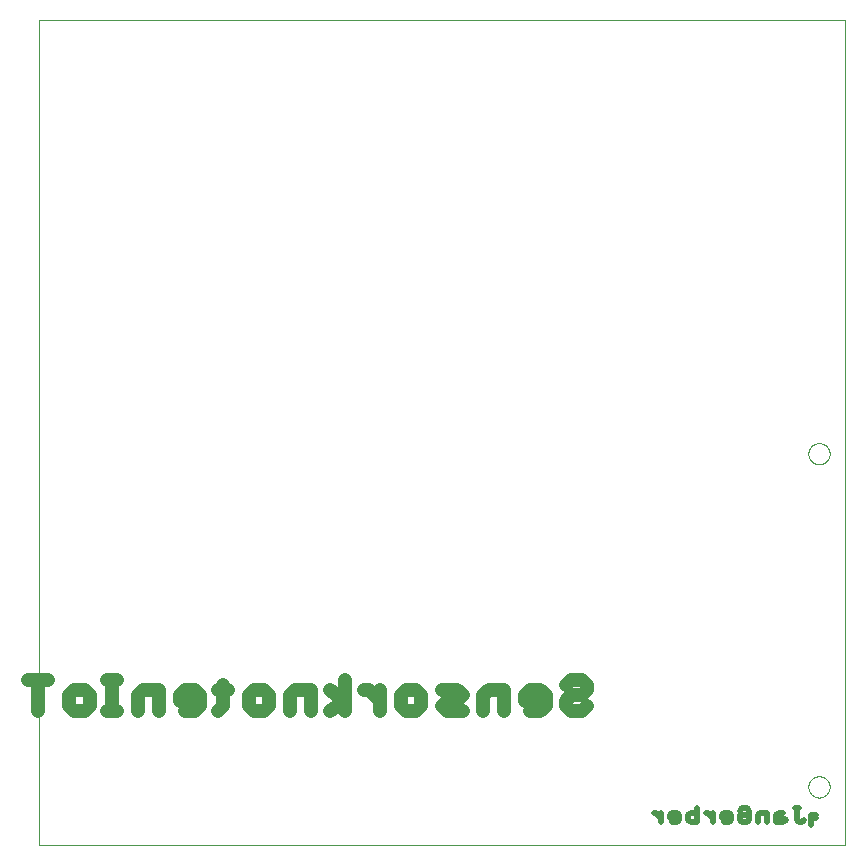
<source format=gbo>
G75*
%MOIN*%
%OFA0B0*%
%FSLAX25Y25*%
%IPPOS*%
%LPD*%
%AMOC8*
5,1,8,0,0,1.08239X$1,22.5*
%
%ADD10C,0.00000*%
%ADD11C,0.04700*%
%ADD12C,0.02000*%
D10*
X0014365Y0001000D02*
X0014365Y0275961D01*
X0283066Y0275961D01*
X0283066Y0001000D01*
X0014365Y0001000D01*
X0270822Y0020488D02*
X0270824Y0020606D01*
X0270830Y0020725D01*
X0270840Y0020843D01*
X0270854Y0020960D01*
X0270871Y0021077D01*
X0270893Y0021194D01*
X0270919Y0021309D01*
X0270948Y0021424D01*
X0270981Y0021538D01*
X0271018Y0021650D01*
X0271059Y0021761D01*
X0271103Y0021871D01*
X0271151Y0021979D01*
X0271203Y0022086D01*
X0271258Y0022191D01*
X0271317Y0022294D01*
X0271379Y0022394D01*
X0271444Y0022493D01*
X0271513Y0022590D01*
X0271584Y0022684D01*
X0271659Y0022775D01*
X0271737Y0022865D01*
X0271818Y0022951D01*
X0271902Y0023035D01*
X0271988Y0023116D01*
X0272078Y0023194D01*
X0272169Y0023269D01*
X0272263Y0023340D01*
X0272360Y0023409D01*
X0272459Y0023474D01*
X0272559Y0023536D01*
X0272662Y0023595D01*
X0272767Y0023650D01*
X0272874Y0023702D01*
X0272982Y0023750D01*
X0273092Y0023794D01*
X0273203Y0023835D01*
X0273315Y0023872D01*
X0273429Y0023905D01*
X0273544Y0023934D01*
X0273659Y0023960D01*
X0273776Y0023982D01*
X0273893Y0023999D01*
X0274010Y0024013D01*
X0274128Y0024023D01*
X0274247Y0024029D01*
X0274365Y0024031D01*
X0274483Y0024029D01*
X0274602Y0024023D01*
X0274720Y0024013D01*
X0274837Y0023999D01*
X0274954Y0023982D01*
X0275071Y0023960D01*
X0275186Y0023934D01*
X0275301Y0023905D01*
X0275415Y0023872D01*
X0275527Y0023835D01*
X0275638Y0023794D01*
X0275748Y0023750D01*
X0275856Y0023702D01*
X0275963Y0023650D01*
X0276068Y0023595D01*
X0276171Y0023536D01*
X0276271Y0023474D01*
X0276370Y0023409D01*
X0276467Y0023340D01*
X0276561Y0023269D01*
X0276652Y0023194D01*
X0276742Y0023116D01*
X0276828Y0023035D01*
X0276912Y0022951D01*
X0276993Y0022865D01*
X0277071Y0022775D01*
X0277146Y0022684D01*
X0277217Y0022590D01*
X0277286Y0022493D01*
X0277351Y0022394D01*
X0277413Y0022294D01*
X0277472Y0022191D01*
X0277527Y0022086D01*
X0277579Y0021979D01*
X0277627Y0021871D01*
X0277671Y0021761D01*
X0277712Y0021650D01*
X0277749Y0021538D01*
X0277782Y0021424D01*
X0277811Y0021309D01*
X0277837Y0021194D01*
X0277859Y0021077D01*
X0277876Y0020960D01*
X0277890Y0020843D01*
X0277900Y0020725D01*
X0277906Y0020606D01*
X0277908Y0020488D01*
X0277906Y0020370D01*
X0277900Y0020251D01*
X0277890Y0020133D01*
X0277876Y0020016D01*
X0277859Y0019899D01*
X0277837Y0019782D01*
X0277811Y0019667D01*
X0277782Y0019552D01*
X0277749Y0019438D01*
X0277712Y0019326D01*
X0277671Y0019215D01*
X0277627Y0019105D01*
X0277579Y0018997D01*
X0277527Y0018890D01*
X0277472Y0018785D01*
X0277413Y0018682D01*
X0277351Y0018582D01*
X0277286Y0018483D01*
X0277217Y0018386D01*
X0277146Y0018292D01*
X0277071Y0018201D01*
X0276993Y0018111D01*
X0276912Y0018025D01*
X0276828Y0017941D01*
X0276742Y0017860D01*
X0276652Y0017782D01*
X0276561Y0017707D01*
X0276467Y0017636D01*
X0276370Y0017567D01*
X0276271Y0017502D01*
X0276171Y0017440D01*
X0276068Y0017381D01*
X0275963Y0017326D01*
X0275856Y0017274D01*
X0275748Y0017226D01*
X0275638Y0017182D01*
X0275527Y0017141D01*
X0275415Y0017104D01*
X0275301Y0017071D01*
X0275186Y0017042D01*
X0275071Y0017016D01*
X0274954Y0016994D01*
X0274837Y0016977D01*
X0274720Y0016963D01*
X0274602Y0016953D01*
X0274483Y0016947D01*
X0274365Y0016945D01*
X0274247Y0016947D01*
X0274128Y0016953D01*
X0274010Y0016963D01*
X0273893Y0016977D01*
X0273776Y0016994D01*
X0273659Y0017016D01*
X0273544Y0017042D01*
X0273429Y0017071D01*
X0273315Y0017104D01*
X0273203Y0017141D01*
X0273092Y0017182D01*
X0272982Y0017226D01*
X0272874Y0017274D01*
X0272767Y0017326D01*
X0272662Y0017381D01*
X0272559Y0017440D01*
X0272459Y0017502D01*
X0272360Y0017567D01*
X0272263Y0017636D01*
X0272169Y0017707D01*
X0272078Y0017782D01*
X0271988Y0017860D01*
X0271902Y0017941D01*
X0271818Y0018025D01*
X0271737Y0018111D01*
X0271659Y0018201D01*
X0271584Y0018292D01*
X0271513Y0018386D01*
X0271444Y0018483D01*
X0271379Y0018582D01*
X0271317Y0018682D01*
X0271258Y0018785D01*
X0271203Y0018890D01*
X0271151Y0018997D01*
X0271103Y0019105D01*
X0271059Y0019215D01*
X0271018Y0019326D01*
X0270981Y0019438D01*
X0270948Y0019552D01*
X0270919Y0019667D01*
X0270893Y0019782D01*
X0270871Y0019899D01*
X0270854Y0020016D01*
X0270840Y0020133D01*
X0270830Y0020251D01*
X0270824Y0020370D01*
X0270822Y0020488D01*
X0270822Y0131512D02*
X0270824Y0131630D01*
X0270830Y0131749D01*
X0270840Y0131867D01*
X0270854Y0131984D01*
X0270871Y0132101D01*
X0270893Y0132218D01*
X0270919Y0132333D01*
X0270948Y0132448D01*
X0270981Y0132562D01*
X0271018Y0132674D01*
X0271059Y0132785D01*
X0271103Y0132895D01*
X0271151Y0133003D01*
X0271203Y0133110D01*
X0271258Y0133215D01*
X0271317Y0133318D01*
X0271379Y0133418D01*
X0271444Y0133517D01*
X0271513Y0133614D01*
X0271584Y0133708D01*
X0271659Y0133799D01*
X0271737Y0133889D01*
X0271818Y0133975D01*
X0271902Y0134059D01*
X0271988Y0134140D01*
X0272078Y0134218D01*
X0272169Y0134293D01*
X0272263Y0134364D01*
X0272360Y0134433D01*
X0272459Y0134498D01*
X0272559Y0134560D01*
X0272662Y0134619D01*
X0272767Y0134674D01*
X0272874Y0134726D01*
X0272982Y0134774D01*
X0273092Y0134818D01*
X0273203Y0134859D01*
X0273315Y0134896D01*
X0273429Y0134929D01*
X0273544Y0134958D01*
X0273659Y0134984D01*
X0273776Y0135006D01*
X0273893Y0135023D01*
X0274010Y0135037D01*
X0274128Y0135047D01*
X0274247Y0135053D01*
X0274365Y0135055D01*
X0274483Y0135053D01*
X0274602Y0135047D01*
X0274720Y0135037D01*
X0274837Y0135023D01*
X0274954Y0135006D01*
X0275071Y0134984D01*
X0275186Y0134958D01*
X0275301Y0134929D01*
X0275415Y0134896D01*
X0275527Y0134859D01*
X0275638Y0134818D01*
X0275748Y0134774D01*
X0275856Y0134726D01*
X0275963Y0134674D01*
X0276068Y0134619D01*
X0276171Y0134560D01*
X0276271Y0134498D01*
X0276370Y0134433D01*
X0276467Y0134364D01*
X0276561Y0134293D01*
X0276652Y0134218D01*
X0276742Y0134140D01*
X0276828Y0134059D01*
X0276912Y0133975D01*
X0276993Y0133889D01*
X0277071Y0133799D01*
X0277146Y0133708D01*
X0277217Y0133614D01*
X0277286Y0133517D01*
X0277351Y0133418D01*
X0277413Y0133318D01*
X0277472Y0133215D01*
X0277527Y0133110D01*
X0277579Y0133003D01*
X0277627Y0132895D01*
X0277671Y0132785D01*
X0277712Y0132674D01*
X0277749Y0132562D01*
X0277782Y0132448D01*
X0277811Y0132333D01*
X0277837Y0132218D01*
X0277859Y0132101D01*
X0277876Y0131984D01*
X0277890Y0131867D01*
X0277900Y0131749D01*
X0277906Y0131630D01*
X0277908Y0131512D01*
X0277906Y0131394D01*
X0277900Y0131275D01*
X0277890Y0131157D01*
X0277876Y0131040D01*
X0277859Y0130923D01*
X0277837Y0130806D01*
X0277811Y0130691D01*
X0277782Y0130576D01*
X0277749Y0130462D01*
X0277712Y0130350D01*
X0277671Y0130239D01*
X0277627Y0130129D01*
X0277579Y0130021D01*
X0277527Y0129914D01*
X0277472Y0129809D01*
X0277413Y0129706D01*
X0277351Y0129606D01*
X0277286Y0129507D01*
X0277217Y0129410D01*
X0277146Y0129316D01*
X0277071Y0129225D01*
X0276993Y0129135D01*
X0276912Y0129049D01*
X0276828Y0128965D01*
X0276742Y0128884D01*
X0276652Y0128806D01*
X0276561Y0128731D01*
X0276467Y0128660D01*
X0276370Y0128591D01*
X0276271Y0128526D01*
X0276171Y0128464D01*
X0276068Y0128405D01*
X0275963Y0128350D01*
X0275856Y0128298D01*
X0275748Y0128250D01*
X0275638Y0128206D01*
X0275527Y0128165D01*
X0275415Y0128128D01*
X0275301Y0128095D01*
X0275186Y0128066D01*
X0275071Y0128040D01*
X0274954Y0128018D01*
X0274837Y0128001D01*
X0274720Y0127987D01*
X0274602Y0127977D01*
X0274483Y0127971D01*
X0274365Y0127969D01*
X0274247Y0127971D01*
X0274128Y0127977D01*
X0274010Y0127987D01*
X0273893Y0128001D01*
X0273776Y0128018D01*
X0273659Y0128040D01*
X0273544Y0128066D01*
X0273429Y0128095D01*
X0273315Y0128128D01*
X0273203Y0128165D01*
X0273092Y0128206D01*
X0272982Y0128250D01*
X0272874Y0128298D01*
X0272767Y0128350D01*
X0272662Y0128405D01*
X0272559Y0128464D01*
X0272459Y0128526D01*
X0272360Y0128591D01*
X0272263Y0128660D01*
X0272169Y0128731D01*
X0272078Y0128806D01*
X0271988Y0128884D01*
X0271902Y0128965D01*
X0271818Y0129049D01*
X0271737Y0129135D01*
X0271659Y0129225D01*
X0271584Y0129316D01*
X0271513Y0129410D01*
X0271444Y0129507D01*
X0271379Y0129606D01*
X0271317Y0129706D01*
X0271258Y0129809D01*
X0271203Y0129914D01*
X0271151Y0130021D01*
X0271103Y0130129D01*
X0271059Y0130239D01*
X0271018Y0130350D01*
X0270981Y0130462D01*
X0270948Y0130576D01*
X0270919Y0130691D01*
X0270893Y0130806D01*
X0270871Y0130923D01*
X0270854Y0131040D01*
X0270840Y0131157D01*
X0270830Y0131275D01*
X0270824Y0131394D01*
X0270822Y0131512D01*
D11*
X0195297Y0056159D02*
X0191861Y0056159D01*
X0190143Y0054441D01*
X0191861Y0051004D02*
X0190143Y0049286D01*
X0190143Y0047568D01*
X0191861Y0045850D01*
X0195297Y0045850D01*
X0197015Y0047568D01*
X0195297Y0051004D02*
X0191861Y0051004D01*
X0195297Y0051004D02*
X0197015Y0052723D01*
X0197015Y0054441D01*
X0195297Y0056159D01*
X0183203Y0051004D02*
X0183203Y0047568D01*
X0181485Y0045850D01*
X0178049Y0045850D01*
X0176331Y0049286D02*
X0183203Y0049286D01*
X0183203Y0051004D02*
X0181485Y0052723D01*
X0178049Y0052723D01*
X0176331Y0051004D01*
X0176331Y0049286D01*
X0169392Y0045850D02*
X0169392Y0052723D01*
X0164237Y0052723D01*
X0162519Y0051004D01*
X0162519Y0045850D01*
X0155580Y0045850D02*
X0150425Y0045850D01*
X0148707Y0047568D01*
X0150425Y0049286D01*
X0153862Y0049286D01*
X0155580Y0051004D01*
X0153862Y0052723D01*
X0148707Y0052723D01*
X0141768Y0051004D02*
X0141768Y0047568D01*
X0140050Y0045850D01*
X0136614Y0045850D01*
X0134896Y0047568D01*
X0134896Y0051004D01*
X0136614Y0052723D01*
X0140050Y0052723D01*
X0141768Y0051004D01*
X0127956Y0049286D02*
X0124520Y0052723D01*
X0122802Y0052723D01*
X0127956Y0052723D02*
X0127956Y0045850D01*
X0116446Y0045850D02*
X0116446Y0056159D01*
X0111292Y0052723D02*
X0116446Y0049286D01*
X0111292Y0045850D01*
X0104937Y0045850D02*
X0104937Y0052723D01*
X0099782Y0052723D01*
X0098064Y0051004D01*
X0098064Y0045850D01*
X0091125Y0047568D02*
X0091125Y0051004D01*
X0089407Y0052723D01*
X0085970Y0052723D01*
X0084252Y0051004D01*
X0084252Y0047568D01*
X0085970Y0045850D01*
X0089407Y0045850D01*
X0091125Y0047568D01*
X0077313Y0052723D02*
X0073877Y0052723D01*
X0075595Y0054441D02*
X0075595Y0047568D01*
X0073877Y0045850D01*
X0068105Y0047568D02*
X0068105Y0051004D01*
X0066387Y0052723D01*
X0062951Y0052723D01*
X0061233Y0051004D01*
X0061233Y0049286D01*
X0068105Y0049286D01*
X0068105Y0047568D02*
X0066387Y0045850D01*
X0062951Y0045850D01*
X0054293Y0045850D02*
X0054293Y0052723D01*
X0049139Y0052723D01*
X0047421Y0051004D01*
X0047421Y0045850D01*
X0040482Y0045850D02*
X0037045Y0045850D01*
X0038763Y0045850D02*
X0038763Y0056159D01*
X0037045Y0056159D02*
X0040482Y0056159D01*
X0031274Y0051004D02*
X0031274Y0047568D01*
X0029556Y0045850D01*
X0026119Y0045850D01*
X0024401Y0047568D01*
X0024401Y0051004D01*
X0026119Y0052723D01*
X0029556Y0052723D01*
X0031274Y0051004D01*
X0017462Y0056159D02*
X0010589Y0056159D01*
X0014026Y0056159D02*
X0014026Y0045850D01*
D12*
X0219407Y0011769D02*
X0220175Y0011769D01*
X0221709Y0010235D01*
X0221709Y0011769D02*
X0221709Y0008700D01*
X0224717Y0010235D02*
X0227786Y0010235D01*
X0227786Y0011002D02*
X0227019Y0011769D01*
X0225484Y0011769D01*
X0224717Y0011002D01*
X0224717Y0010235D01*
X0225484Y0008700D02*
X0227019Y0008700D01*
X0227786Y0009467D01*
X0227786Y0011002D01*
X0230794Y0011002D02*
X0231562Y0011769D01*
X0233864Y0011769D01*
X0233864Y0013304D02*
X0233864Y0008700D01*
X0231562Y0008700D01*
X0230794Y0009467D01*
X0230794Y0011002D01*
X0236626Y0011769D02*
X0237393Y0011769D01*
X0238928Y0010235D01*
X0238928Y0011769D02*
X0238928Y0008700D01*
X0241936Y0010235D02*
X0245005Y0010235D01*
X0245005Y0011002D02*
X0244238Y0011769D01*
X0242703Y0011769D01*
X0241936Y0011002D01*
X0241936Y0010235D01*
X0242703Y0008700D02*
X0244238Y0008700D01*
X0245005Y0009467D01*
X0245005Y0011002D01*
X0248013Y0011002D02*
X0249548Y0011002D01*
X0248013Y0011002D02*
X0248013Y0009467D01*
X0248780Y0008700D01*
X0250315Y0008700D01*
X0251082Y0009467D01*
X0251082Y0012537D01*
X0250315Y0013304D01*
X0248780Y0013304D01*
X0248013Y0012537D01*
X0254090Y0011002D02*
X0254090Y0008700D01*
X0254090Y0011002D02*
X0254857Y0011769D01*
X0257159Y0011769D01*
X0257159Y0008700D01*
X0260167Y0008700D02*
X0262469Y0008700D01*
X0263237Y0009467D01*
X0262469Y0010235D01*
X0260167Y0010235D01*
X0260167Y0011002D02*
X0260167Y0008700D01*
X0260167Y0011002D02*
X0260935Y0011769D01*
X0262469Y0011769D01*
X0266245Y0013304D02*
X0267779Y0013304D01*
X0267012Y0013304D02*
X0267012Y0009467D01*
X0267779Y0008700D01*
X0268547Y0008700D01*
X0269314Y0009467D01*
X0271831Y0010235D02*
X0273365Y0010235D01*
X0273365Y0011002D02*
X0271831Y0011002D01*
X0271831Y0007933D01*
M02*

</source>
